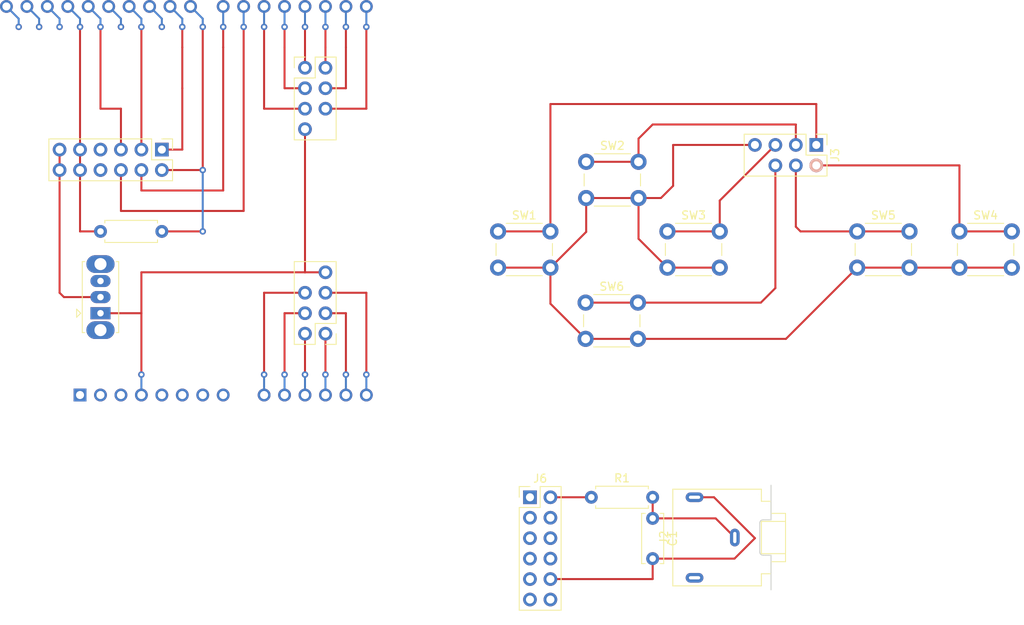
<source format=kicad_pcb>
(kicad_pcb (version 20221018) (generator pcbnew)
  (layers (0 "F.Cu" signal) (31 "B.Cu" signal) (34 "B.Paste" user) (35 "F.Paste" user) (36 "B.SilkS" user "B.Silkscreen") (37 "F.SilkS" user "F.Silkscreen") (38 "B.Mask" user) (39 "F.Mask" user) (44 "Edge.Cuts" user))
  (net 0 "")
  (net 4 "VCC")
  (net 6 "GND")
  (net 8 "unused")
  (net 9 "PPU_HBLANK")
  (net 10 "SPI_SR")
  (net 11 "PPU_VBLANK")
  (net 12 "unconnected-(A1-D10-Pad25)")
  (net 13 "SPI_MOSI")
  (net 14 "unconnected-(A1-D12-Pad27)")
  (net 15 "SPI_CLK")
  (net 16 "unconnected-(A1-AREF-Pad30)")
  (net 17 "unconnected-(A1-SDA{slash}A4-Pad31)")
  (net 18 "unconnected-(A1-SCL{slash}A5-Pad32)")
  (net 19 "Net-(C1-Pad1)")
  (net 21 "Net-(J1-Pin_12)")
  (net 29 "Net-(J6-Pin_7)")
  (net 34 "Net-(J3-UP)")
  (net 35 "Net-(J3-DOWN)")
  (net 36 "Net-(J3-LEFT)")
  (net 37 "Net-(J3-VCC)")
  (net 38 "Net-(J3-RIGHT)")
  (net 39 "Net-(J3-PRIMARY)")
  (net 40 "Net-(J3-SECONDARY)")
  (net 41 "GP_P1_BUT_2")
  (net 42 "GP_P1_BUT_1")
  (net 43 "GP_P1_RIGHT")
  (net 44 "GP_P1_LEFT")
  (net 45 "GP_P1_DOWN")
  (net 46 "GP_P1_UP")
  (net 47 "GP_P2_UP")
  (net 48 "GP_P2_DOWN")
  (net 49 "GP_P2_LEFT")
  (net 50 "GP_P2_RIGHT")
  (net 51 "GP_P2_BUT_1")
  (net 52 "GP_P2_BUT_2")
  (footprint "Connector_PinHeader_2.54mm:PinHeader_2x06_P2.54mm_Vertical" (layer "F.Cu") (at 38.1 35.56 -90)
    (fp_text reference "J1" hide)
    (fp_text value "BASYS_JA" hide)
    (fp_line (start -1.33 -1.33) (end 0 -1.33) (stroke (width 0.12)) (layer "F.SilkS"))
    (fp_line (start -1.33 0) (end -1.33 -1.33) (stroke (width 0.12)) (layer "F.SilkS"))
    (fp_line (start -1.33 1.27) (end -1.33 14.03) (stroke (width 0.12)) (layer "F.SilkS"))
    (fp_line (start -1.33 1.27) (end 1.27 1.27) (stroke (width 0.12)) (layer "F.SilkS"))
    (fp_line (start -1.33 14.03) (end 3.87 14.03) (stroke (width 0.12)) (layer "F.SilkS"))
    (fp_line (start 1.27 -1.33) (end 3.87 -1.33) (stroke (width 0.12)) (layer "F.SilkS"))
    (fp_line (start 1.27 1.27) (end 1.27 -1.33) (stroke (width 0.12)) (layer "F.SilkS"))
    (fp_line (start 3.87 -1.33) (end 3.87 14.03) (stroke (width 0.12)) (layer "F.SilkS"))
    (pad "1" thru_hole rect (at 0 0 270) (size 1.7 1.7) (drill 1) (layers "*.Cu" "*.Mask") (net 11 "PPU_VBLANK"))
    (pad "2" thru_hole oval (at 0 2.54 270) (size 1.7 1.7) (drill 1) (layers "*.Cu" "*.Mask") (net 13 "SPI_MOSI"))
    (pad "3" thru_hole oval (at 0 5.08 270) (size 1.7 1.7) (drill 1) (layers "*.Cu" "*.Mask") (net 15 "SPI_CLK"))
    (pad "4" thru_hole oval (at 0 7.62 270) (size 1.7 1.7) (drill 1) (layers "*.Cu" "*.Mask"))
    (pad "5" thru_hole oval (at 0 10.16 270) (size 1.7 1.7) (drill 1) (layers "*.Cu" "*.Mask") (net 6 "GND"))
    (pad "6" thru_hole oval (at 0 12.7 270) (size 1.7 1.7) (drill 1) (layers "*.Cu" "*.Mask") (net 21 "Net-(J1-Pin_12)"))
    (pad "7" thru_hole oval (at 2.54 0 270) (size 1.7 1.7) (drill 1) (layers "*.Cu" "*.Mask") (net 10 "SPI_SR"))
    (pad "8" thru_hole oval (at 2.54 2.54 270) (size 1.7 1.7) (drill 1) (layers "*.Cu" "*.Mask") (net 9 "PPU_HBLANK"))
    (pad "9" thru_hole oval (at 2.54 5.08 270) (size 1.7 1.7) (drill 1) (layers "*.Cu" "*.Mask") (net 8 "unused"))
    (pad "10" thru_hole oval (at 2.54 7.62 270) (size 1.7 1.7) (drill 1) (layers "*.Cu" "*.Mask"))
    (pad "11" thru_hole oval (at 2.54 10.16 270) (size 1.7 1.7) (drill 1) (layers "*.Cu" "*.Mask") (net 6 "GND"))
    (pad "12" thru_hole oval (at 2.54 12.7 270) (size 1.7 1.7) (drill 1) (layers "*.Cu" "*.Mask") (net 21 "Net-(J1-Pin_12)"))
  )
  (footprint "Button_Switch_THT:SW_PUSH_6mm" (layer "F.Cu") (at 79.86 45.72)
    (fp_text reference "SW1" (at 3.25 -2) (layer "F.SilkS"))
    (fp_text value "LEFT")
    (fp_line (start -0.25 1.5) (end -0.25 3) (stroke (width 0.12)) (layer "F.SilkS"))
    (fp_line (start 1 5.5) (end 5.5 5.5) (stroke (width 0.12)) (layer "F.SilkS"))
    (fp_line (start 5.5 -1) (end 1 -1) (stroke (width 0.12)) (layer "F.SilkS"))
    (fp_line (start 6.75 3) (end 6.75 1.5) (stroke (width 0.12)) (layer "F.SilkS"))
    (pad "1" thru_hole circle (at 0 0 90) (size 2 2) (drill 1.1) (layers "*.Cu" "*.Mask") (net 34 "Net-(J3-UP)"))
    (pad "1" thru_hole circle (at 6.5 0 90) (size 2 2) (drill 1.1) (layers "*.Cu" "*.Mask") (net 34 "Net-(J3-UP)"))
    (pad "2" thru_hole circle (at 0 4.5 90) (size 2 2) (drill 1.1) (layers "*.Cu" "*.Mask") (net 37 "Net-(J3-VCC)"))
    (pad "2" thru_hole circle (at 6.5 4.5 90) (size 2 2) (drill 1.1) (layers "*.Cu" "*.Mask") (net 37 "Net-(J3-VCC)"))
  )
  (footprint "Resistor_THT:R_Axial_DIN0207_L6.3mm_D2.5mm_P7.62mm_Horizontal" (layer "F.Cu") (at 30.48 45.72)
    (fp_text reference "R2" hide)
    (fp_text value "R" hide)
    (fp_line (start 0.54 -1.37) (end 7.08 -1.37) (stroke (width 0.12)) (layer "F.SilkS"))
    (fp_line (start 0.54 -1.04) (end 0.54 -1.37) (stroke (width 0.12)) (layer "F.SilkS"))
    (fp_line (start 0.54 1.04) (end 0.54 1.37) (stroke (width 0.12)) (layer "F.SilkS"))
    (fp_line (start 0.54 1.37) (end 7.08 1.37) (stroke (width 0.12)) (layer "F.SilkS"))
    (fp_line (start 7.08 -1.37) (end 7.08 -1.04) (stroke (width 0.12)) (layer "F.SilkS"))
    (fp_line (start 7.08 1.37) (end 7.08 1.04) (stroke (width 0.12)) (layer "F.SilkS"))
    (pad "1" thru_hole circle (at 0 0) (size 1.6 1.6) (drill 0.8) (layers "*.Cu" "*.Mask") (net 6 "GND"))
    (pad "2" thru_hole oval (at 7.62 0) (size 1.6 1.6) (drill 0.8) (layers "*.Cu" "*.Mask") (net 10 "SPI_SR"))
  )
  (footprint "Connector_PinHeader_2.54mm:PinHeader_2x04_P2.54mm_Vertical" (layer "F.Cu") (at 58.42 58.42 180)
    (fp_text reference "J8" hide)
    (fp_text value "GAMEPAD_2" hide)
    (fp_line (start -1.33 -1.33) (end 0 -1.33) (stroke (width 0.12)) (layer "F.SilkS"))
    (fp_line (start -1.33 0) (end -1.33 -1.33) (stroke (width 0.12)) (layer "F.SilkS"))
    (fp_line (start -1.33 1.27) (end -1.33 8.95) (stroke (width 0.12)) (layer "F.SilkS"))
    (fp_line (start -1.33 1.27) (end 1.27 1.27) (stroke (width 0.12)) (layer "F.SilkS"))
    (fp_line (start -1.33 8.95) (end 3.87 8.95) (stroke (width 0.12)) (layer "F.SilkS"))
    (fp_line (start 1.27 -1.33) (end 3.87 -1.33) (stroke (width 0.12)) (layer "F.SilkS"))
    (fp_line (start 1.27 1.27) (end 1.27 -1.33) (stroke (width 0.12)) (layer "F.SilkS"))
    (fp_line (start 3.87 -1.33) (end 3.87 8.95) (stroke (width 0.12)) (layer "F.SilkS"))
    (pad "1" thru_hole circle (at 0 0 180) (size 1.7 1.7) (drill 1) (layers "*.Cu" "*.Mask") (net 49 "GP_P2_LEFT"))
    (pad "2" thru_hole oval (at 0 2.54 180) (size 1.7 1.7) (drill 1) (layers "*.Cu" "*.Mask") (net 47 "GP_P2_UP"))
    (pad "3" thru_hole oval (at 0 5.08 180) (size 1.7 1.7) (drill 1) (layers "*.Cu" "*.Mask") (net 50 "GP_P2_RIGHT"))
    (pad "4" thru_hole oval (at 0 7.62 180) (size 1.7 1.7) (drill 1) (layers "*.Cu" "*.Mask") (net 4 "VCC"))
    (pad "5" thru_hole oval (at 2.54 0 180) (size 1.7 1.7) (drill 1) (layers "*.Cu" "*.Mask") (net 51 "GP_P2_BUT_1"))
    (pad "6" thru_hole oval (at 2.54 2.54 180) (size 1.7 1.7) (drill 1) (layers "*.Cu" "*.Mask") (net 52 "GP_P2_BUT_2"))
    (pad "7" thru_hole oval (at 2.54 5.08 180) (size 1.7 1.7) (drill 1) (layers "*.Cu" "*.Mask") (net 48 "GP_P2_DOWN"))
  )
  (footprint "Button_Switch_THT:SW_PUSH_6mm" (layer "F.Cu") (at 137.16 45.72)
    (fp_text reference "SW4" (at 3.25 -2) (layer "F.SilkS"))
    (fp_text value "PRIMARY")
    (fp_line (start -0.25 1.5) (end -0.25 3) (stroke (width 0.12)) (layer "F.SilkS"))
    (fp_line (start 1 5.5) (end 5.5 5.5) (stroke (width 0.12)) (layer "F.SilkS"))
    (fp_line (start 5.5 -1) (end 1 -1) (stroke (width 0.12)) (layer "F.SilkS"))
    (fp_line (start 6.75 3) (end 6.75 1.5) (stroke (width 0.12)) (layer "F.SilkS"))
    (pad "1" thru_hole circle (at 0 0 90) (size 2 2) (drill 1.1) (layers "*.Cu" "*.Mask") (net 38 "Net-(J3-RIGHT)"))
    (pad "1" thru_hole circle (at 6.5 0 90) (size 2 2) (drill 1.1) (layers "*.Cu" "*.Mask") (net 38 "Net-(J3-RIGHT)"))
    (pad "2" thru_hole circle (at 0 4.5 90) (size 2 2) (drill 1.1) (layers "*.Cu" "*.Mask") (net 37 "Net-(J3-VCC)"))
    (pad "2" thru_hole circle (at 6.5 4.5 90) (size 2 2) (drill 1.1) (layers "*.Cu" "*.Mask") (net 37 "Net-(J3-VCC)"))
  )
  (footprint "Connector_Audio:Jack_3.5mm_CUI_SJ1-3523N_Horizontal" (layer "F.Cu") (at 109.26 83.74 90)
    (fp_text reference "J2" (at 0 -8.8 90) (layer "F.SilkS"))
    (fp_text value "AudioJack2")
    (fp_line (start -6 -7.7) (end 6 -7.7) (stroke (width 0.12)) (layer "F.SilkS"))
    (fp_line (start -6 3.3) (end -6 -7.7) (stroke (width 0.12)) (layer "F.SilkS"))
    (fp_line (start -4.5 3.3) (end -6 3.3) (stroke (width 0.12)) (layer "F.SilkS"))
    (fp_line (start -4.5 4.5) (end -4.5 3.3) (stroke (width 0.12)) (layer "F.SilkS"))
    (fp_line (start -3 4.5) (end -4.5 4.5) (stroke (width 0.12)) (layer "F.SilkS"))
    (fp_line (start -3 6.3) (end -3 4.5) (stroke (width 0.12)) (layer "F.SilkS"))
    (fp_line (start -2 3.3) (end -2 6.3) (stroke (width 0.12)) (layer "F.SilkS"))
    (fp_line (start 2 3.3) (end -2 3.3) (stroke (width 0.12)) (layer "F.SilkS"))
    (fp_line (start 2 6.3) (end 2 3.3) (stroke (width 0.12)) (layer "F.SilkS"))
    (fp_line (start 3 4.5) (end 3 6.3) (stroke (width 0.12)) (layer "F.SilkS"))
    (fp_line (start 3 6.3) (end -3 6.3) (stroke (width 0.12)) (layer "F.SilkS"))
    (fp_line (start 4.5 3.3) (end 4.5 4.5) (stroke (width 0.12)) (layer "F.SilkS"))
    (fp_line (start 4.5 4.5) (end 3 4.5) (stroke (width 0.12)) (layer "F.SilkS"))
    (fp_line (start 6 -7.7) (end 6 3.3) (stroke (width 0.12)) (layer "F.SilkS"))
    (fp_line (start 6 3.3) (end 4.5 3.3) (stroke (width 0.12)) (layer "F.SilkS"))
    (fp_line (start -2.2 3.5) (end -2.2 4.5) (stroke (width 0.12)) (layer "Edge.Cuts"))
    (fp_line (start -2.2 4.5) (end -6.5 4.5) (stroke (width 0.12)) (layer "Edge.Cuts"))
    (fp_line (start 1.8 3.1) (end -1.8 3.1) (stroke (width 0.12)) (layer "Edge.Cuts"))
    (fp_line (start 2.2 3.5) (end 2.2 4.5) (stroke (width 0.12)) (layer "Edge.Cuts"))
    (fp_line (start 2.2 4.5) (end 6.5 4.5) (stroke (width 0.12)) (layer "Edge.Cuts"))
    (fp_arc (start -2.2 3.5) (mid -2.082842 3.217158) (end -1.8 3.1) (stroke (width 0.12)) (layer "Edge.Cuts"))
    (fp_arc (start 1.8 3.1) (mid 2.082843 3.217157) (end 2.2 3.5) (stroke (width 0.12)) (layer "Edge.Cuts"))
    (pad "" np_thru_hole circle (at -5 0 90) (size 1.2 1.2) (drill 1.2) (layers "*.Cu"))
    (pad "" np_thru_hole circle (at -5 2.5 90) (size 1.2 1.2) (drill 1.2) (layers "*.Cu"))
    (pad "" np_thru_hole circle (at 0 -5 90) (size 1.2 1.2) (drill 1.2) (layers "*.Cu"))
    (pad "" np_thru_hole circle (at 5 0 90) (size 1.2 1.2) (drill 1.2) (layers "*.Cu"))
    (pad "" np_thru_hole circle (at 5 2.5 90) (size 1.2 1.2) (drill 1.2) (layers "*.Cu"))
    (pad "R" thru_hole oval (at -5 -5 90) (size 1.2 2.2) (drill oval 0.4 1.4) (layers "*.Cu" "*.Mask"))
    (pad "S" thru_hole oval (at 0 0 90) (size 2.2 1.2) (drill oval 1.4 0.4) (layers "*.Cu" "*.Mask") (net 19 "Net-(C1-Pad1)"))
    (pad "T" thru_hole oval (at 5 -5 270) (size 1.2 2.2) (drill oval 0.4 1.4) (layers "*.Cu" "*.Mask") (net 6 "GND"))
  )
  (footprint "Resistor_THT:R_Axial_DIN0207_L6.3mm_D2.5mm_P7.62mm_Horizontal" (layer "F.Cu") (at 91.44 78.74)
    (fp_text reference "R1" (at 3.81 -2.37) (layer "F.SilkS"))
    (fp_text value "R")
    (fp_line (start 0.54 -1.37) (end 7.08 -1.37) (stroke (width 0.12)) (layer "F.SilkS"))
    (fp_line (start 0.54 -1.04) (end 0.54 -1.37) (stroke (width 0.12)) (layer "F.SilkS"))
    (fp_line (start 0.54 1.04) (end 0.54 1.37) (stroke (width 0.12)) (layer "F.SilkS"))
    (fp_line (start 0.54 1.37) (end 7.08 1.37) (stroke (width 0.12)) (layer "F.SilkS"))
    (fp_line (start 7.08 -1.37) (end 7.08 -1.04) (stroke (width 0.12)) (layer "F.SilkS"))
    (fp_line (start 7.08 1.37) (end 7.08 1.04) (stroke (width 0.12)) (layer "F.SilkS"))
    (pad "1" thru_hole circle (at 0 0) (size 1.6 1.6) (drill 0.8) (layers "*.Cu" "*.Mask") (net 29 "Net-(J6-Pin_7)"))
    (pad "2" thru_hole oval (at 7.62 0) (size 1.6 1.6) (drill 0.8) (layers "*.Cu" "*.Mask") (net 19 "Net-(C1-Pad1)"))
  )
  (footprint "Capacitor_THT:C_Disc_D6.0mm_W2.5mm_P5.00mm" (layer "F.Cu") (at 99.06 81.36 -90)
    (fp_text reference "C1" (at 2.5 -2.5 90) (layer "F.SilkS"))
    (fp_text value "C")
    (fp_line (start -0.62 -1.37) (end -0.62 -0.925) (stroke (width 0.12)) (layer "F.SilkS"))
    (fp_line (start -0.62 -1.37) (end 5.62 -1.37) (stroke (width 0.12)) (layer "F.SilkS"))
    (fp_line (start -0.62 0.925) (end -0.62 1.37) (stroke (width 0.12)) (layer "F.SilkS"))
    (fp_line (start -0.62 1.37) (end 5.62 1.37) (stroke (width 0.12)) (layer "F.SilkS"))
    (fp_line (start 5.62 -1.37) (end 5.62 -0.925) (stroke (width 0.12)) (layer "F.SilkS"))
    (fp_line (start 5.62 0.925) (end 5.62 1.37) (stroke (width 0.12)) (layer "F.SilkS"))
    (pad "1" thru_hole circle (at 0 0 270) (size 1.6 1.6) (drill 0.8) (layers "*.Cu" "*.Mask") (net 19 "Net-(C1-Pad1)"))
    (pad "2" thru_hole circle (at 5 0 270) (size 1.6 1.6) (drill 0.8) (layers "*.Cu" "*.Mask") (net 6 "GND"))
  )
  (footprint "Connector_PinHeader_2.54mm:PinHeader_2x06_P2.54mm_Vertical" (layer "F.Cu") (at 83.82 78.74)
    (fp_text reference "J6" (at 1.27 -2.33) (layer "F.SilkS"))
    (fp_text value "BASYS_JB")
    (fp_line (start -1.33 -1.33) (end 0 -1.33) (stroke (width 0.12)) (layer "F.SilkS"))
    (fp_line (start -1.33 0) (end -1.33 -1.33) (stroke (width 0.12)) (layer "F.SilkS"))
    (fp_line (start -1.33 1.27) (end -1.33 14.03) (stroke (width 0.12)) (layer "F.SilkS"))
    (fp_line (start -1.33 1.27) (end 1.27 1.27) (stroke (width 0.12)) (layer "F.SilkS"))
    (fp_line (start -1.33 14.03) (end 3.87 14.03) (stroke (width 0.12)) (layer "F.SilkS"))
    (fp_line (start 1.27 -1.33) (end 3.87 -1.33) (stroke (width 0.12)) (layer "F.SilkS"))
    (fp_line (start 1.27 1.27) (end 1.27 -1.33) (stroke (width 0.12)) (layer "F.SilkS"))
    (fp_line (start 3.87 -1.33) (end 3.87 14.03) (stroke (width 0.12)) (layer "F.SilkS"))
    (pad "1" thru_hole rect (at 0 0) (size 1.7 1.7) (drill 1) (layers "*.Cu" "*.Mask"))
    (pad "2" thru_hole oval (at 0 2.54) (size 1.7 1.7) (drill 1) (layers "*.Cu" "*.Mask"))
    (pad "3" thru_hole oval (at 0 5.08) (size 1.7 1.7) (drill 1) (layers "*.Cu" "*.Mask"))
    (pad "4" thru_hole oval (at 0 7.62) (size 1.7 1.7) (drill 1) (layers "*.Cu" "*.Mask"))
    (pad "5" thru_hole oval (at 0 10.16) (size 1.7 1.7) (drill 1) (layers "*.Cu" "*.Mask") (net 6 "GND"))
    (pad "6" thru_hole oval (at 0 12.7) (size 1.7 1.7) (drill 1) (layers "*.Cu" "*.Mask"))
    (pad "7" thru_hole oval (at 2.54 0) (size 1.7 1.7) (drill 1) (layers "*.Cu" "*.Mask") (net 29 "Net-(J6-Pin_7)"))
    (pad "8" thru_hole oval (at 2.54 2.54) (size 1.7 1.7) (drill 1) (layers "*.Cu" "*.Mask"))
    (pad "9" thru_hole oval (at 2.54 5.08) (size 1.7 1.7) (drill 1) (layers "*.Cu" "*.Mask"))
    (pad "10" thru_hole oval (at 2.54 7.62) (size 1.7 1.7) (drill 1) (layers "*.Cu" "*.Mask"))
    (pad "11" thru_hole oval (at 2.54 10.16) (size 1.7 1.7) (drill 1) (layers "*.Cu" "*.Mask") (net 6 "GND"))
    (pad "12" thru_hole oval (at 2.54 12.7) (size 1.7 1.7) (drill 1) (layers "*.Cu" "*.Mask"))
  )
  (footprint "Button_Switch_THT:SW_PUSH_6mm" (layer "F.Cu") (at 90.73 54.565)
    (fp_text reference "SW6" (at 3.25 -2) (layer "F.SilkS"))
    (fp_text value "DOWN")
    (fp_line (start -0.25 1.5) (end -0.25 3) (stroke (width 0.12)) (layer "F.SilkS"))
    (fp_line (start 1 5.5) (end 5.5 5.5) (stroke (width 0.12)) (layer "F.SilkS"))
    (fp_line (start 5.5 -1) (end 1 -1) (stroke (width 0.12)) (layer "F.SilkS"))
    (fp_line (start 6.75 3) (end 6.75 1.5) (stroke (width 0.12)) (layer "F.SilkS"))
    (pad "1" thru_hole circle (at 0 0 90) (size 2 2) (drill 1.1) (layers "*.Cu" "*.Mask") (net 40 "Net-(J3-SECONDARY)"))
    (pad "1" thru_hole circle (at 6.5 0 90) (size 2 2) (drill 1.1) (layers "*.Cu" "*.Mask") (net 40 "Net-(J3-SECONDARY)"))
    (pad "2" thru_hole circle (at 0 4.5 90) (size 2 2) (drill 1.1) (layers "*.Cu" "*.Mask") (net 37 "Net-(J3-VCC)"))
    (pad "2" thru_hole circle (at 6.5 4.5 90) (size 2 2) (drill 1.1) (layers "*.Cu" "*.Mask") (net 37 "Net-(J3-VCC)"))
  )
  (footprint "Button_Switch_THT:SW_PUSH_6mm" (layer "F.Cu") (at 90.8025 37.075)
    (fp_text reference "SW2" (at 3.25 -2) (layer "F.SilkS"))
    (fp_text value "UP")
    (fp_line (start -0.25 1.5) (end -0.25 3) (stroke (width 0.12)) (layer "F.SilkS"))
    (fp_line (start 1 5.5) (end 5.5 5.5) (stroke (width 0.12)) (layer "F.SilkS"))
    (fp_line (start 5.5 -1) (end 1 -1) (stroke (width 0.12)) (layer "F.SilkS"))
    (fp_line (start 6.75 3) (end 6.75 1.5) (stroke (width 0.12)) (layer "F.SilkS"))
    (pad "1" thru_hole circle (at 0 0 90) (size 2 2) (drill 1.1) (layers "*.Cu" "*.Mask") (net 35 "Net-(J3-DOWN)"))
    (pad "1" thru_hole circle (at 6.5 0 90) (size 2 2) (drill 1.1) (layers "*.Cu" "*.Mask") (net 35 "Net-(J3-DOWN)"))
    (pad "2" thru_hole circle (at 0 4.5 90) (size 2 2) (drill 1.1) (layers "*.Cu" "*.Mask") (net 37 "Net-(J3-VCC)"))
    (pad "2" thru_hole circle (at 6.5 4.5 90) (size 2 2) (drill 1.1) (layers "*.Cu" "*.Mask") (net 37 "Net-(J3-VCC)"))
  )
  (footprint "Button_Switch_THT:SW_PUSH_6mm" (layer "F.Cu") (at 124.46 45.72)
    (fp_text reference "SW5" (at 3.25 -2) (layer "F.SilkS"))
    (fp_text value "SECONDARY")
    (fp_line (start -0.25 1.5) (end -0.25 3) (stroke (width 0.12)) (layer "F.SilkS"))
    (fp_line (start 1 5.5) (end 5.5 5.5) (stroke (width 0.12)) (layer "F.SilkS"))
    (fp_line (start 5.5 -1) (end 1 -1) (stroke (width 0.12)) (layer "F.SilkS"))
    (fp_line (start 6.75 3) (end 6.75 1.5) (stroke (width 0.12)) (layer "F.SilkS"))
    (pad "1" thru_hole circle (at 0 0 90) (size 2 2) (drill 1.1) (layers "*.Cu" "*.Mask") (net 39 "Net-(J3-PRIMARY)"))
    (pad "1" thru_hole circle (at 6.5 0 90) (size 2 2) (drill 1.1) (layers "*.Cu" "*.Mask") (net 39 "Net-(J3-PRIMARY)"))
    (pad "2" thru_hole circle (at 0 4.5 90) (size 2 2) (drill 1.1) (layers "*.Cu" "*.Mask") (net 37 "Net-(J3-VCC)"))
    (pad "2" thru_hole circle (at 6.5 4.5 90) (size 2 2) (drill 1.1) (layers "*.Cu" "*.Mask") (net 37 "Net-(J3-VCC)"))
  )
  (footprint "Button_Switch_THT:SW_Slide_1P2T_CK_OS102011MS2Q" (layer "F.Cu") (at 30.48 55.88 90)
    (fp_text reference "SW7" hide)
    (fp_text value "STM_PWR_SOURCE" hide)
    (fp_line (start -2.41 -2.26) (end 6.41 -2.26) (stroke (width 0.12)) (layer "F.SilkS"))
    (fp_line (start -2.41 -1.95) (end -2.41 -2.26) (stroke (width 0.12)) (layer "F.SilkS"))
    (fp_line (start -2.41 2.26) (end -2.41 1.95) (stroke (width 0.12)) (layer "F.SilkS"))
    (fp_line (start -0.5 -2.96) (end 0 -2.46) (stroke (width 0.12)) (layer "F.SilkS"))
    (fp_line (start 0 -2.46) (end 0.5 -2.96) (stroke (width 0.12)) (layer "F.SilkS"))
    (fp_line (start 0.5 -2.96) (end -0.5 -2.96) (stroke (width 0.12)) (layer "F.SilkS"))
    (fp_line (start 6.41 -2.26) (end 6.41 -1.95) (stroke (width 0.12)) (layer "F.SilkS"))
    (fp_line (start 6.41 2.26) (end -2.41 2.26) (stroke (width 0.12)) (layer "F.SilkS"))
    (fp_line (start 6.41 2.26) (end 6.41 1.95) (stroke (width 0.12)) (layer "F.SilkS"))
    (pad "" thru_hole oval (at -2.1 0 90) (size 2.2 3.5) (drill 1.5) (layers "*.Cu" "*.Mask"))
    (pad "" thru_hole oval (at 6.1 0 90) (size 2.2 3.5) (drill 1.5) (layers "*.Cu" "*.Mask"))
    (pad "1" thru_hole rect (at 0 0 90) (size 1.5 2.5) (drill 0.8) (layers "*.Cu" "*.Mask") (net 4 "VCC"))
    (pad "2" thru_hole oval (at 2 0 90) (size 1.5 2.5) (drill 0.8) (layers "*.Cu" "*.Mask") (net 21 "Net-(J1-Pin_12)"))
    (pad "3" thru_hole oval (at 4 0 90) (size 1.5 2.5) (drill 0.8) (layers "*.Cu" "*.Mask"))
  )
  (footprint "Connector_PinHeader_2.54mm:PinHeader_2x04_P2.54mm_Vertical" (layer "F.Cu") (at 119.38 34.98 -90)
    (fp_text reference "J3" (at 1.27 -2.33 90) (layer "F.SilkS"))
    (fp_text value "GAMEPAD")
    (fp_line (start -1.33 -1.33) (end 0 -1.33) (stroke (width 0.12)) (layer "F.SilkS"))
    (fp_line (start -1.33 0) (end -1.33 -1.33) (stroke (width 0.12)) (layer "F.SilkS"))
    (fp_line (start -1.33 1.27) (end -1.33 8.95) (stroke (width 0.12)) (layer "F.SilkS"))
    (fp_line (start -1.33 1.27) (end 1.27 1.27) (stroke (width 0.12)) (layer "F.SilkS"))
    (fp_line (start -1.33 8.95) (end 3.87 8.95) (stroke (width 0.12)) (layer "F.SilkS"))
    (fp_line (start 1.27 -1.33) (end 3.87 -1.33) (stroke (width 0.12)) (layer "F.SilkS"))
    (fp_line (start 1.27 1.27) (end 1.27 -1.33) (stroke (width 0.12)) (layer "F.SilkS"))
    (fp_line (start 3.87 -1.33) (end 3.87 8.95) (stroke (width 0.12)) (layer "F.SilkS"))
    (pad "1" thru_hole rect (at 0 0 270) (size 1.7 1.7) (drill 1) (layers "*.Cu" "*.Mask") (net 34 "Net-(J3-UP)"))
    (pad "2" thru_hole oval (at 0 2.54 270) (size 1.7 1.7) (drill 1) (layers "*.Cu" "*.Mask") (net 35 "Net-(J3-DOWN)"))
    (pad "3" thru_hole oval (at 0 5.08 270) (size 1.7 1.7) (drill 1) (layers "*.Cu" "*.Mask") (net 36 "Net-(J3-LEFT)"))
    (pad "4" thru_hole oval (at 0 7.62 270) (size 1.7 1.7) (drill 1) (layers "*.Cu" "*.Mask") (net 37 "Net-(J3-VCC)"))
    (pad "5" thru_hole oval (at 2.54 0 270) (size 1.7 1.7) (drill 1) (layers "*.Cu" "*.Mask" "B.SilkS") (net 38 "Net-(J3-RIGHT)"))
    (pad "6" thru_hole oval (at 2.54 2.54 270) (size 1.7 1.7) (drill 1) (layers "*.Cu" "*.Mask") (net 39 "Net-(J3-PRIMARY)"))
    (pad "7" thru_hole oval (at 2.54 5.08 270) (size 1.7 1.7) (drill 1) (layers "*.Cu" "*.Mask") (net 40 "Net-(J3-SECONDARY)"))
  )
  (footprint "Button_Switch_THT:SW_PUSH_6mm" (layer "F.Cu") (at 100.89 45.72)
    (fp_text reference "SW3" (at 3.25 -2) (layer "F.SilkS"))
    (fp_text value "RIGHT")
    (fp_line (start -0.25 1.5) (end -0.25 3) (stroke (width 0.12)) (layer "F.SilkS"))
    (fp_line (start 1 5.5) (end 5.5 5.5) (stroke (width 0.12)) (layer "F.SilkS"))
    (fp_line (start 5.5 -1) (end 1 -1) (stroke (width 0.12)) (layer "F.SilkS"))
    (fp_line (start 6.75 3) (end 6.75 1.5) (stroke (width 0.12)) (layer "F.SilkS"))
    (pad "1" thru_hole circle (at 0 0 90) (size 2 2) (drill 1.1) (layers "*.Cu" "*.Mask") (net 36 "Net-(J3-LEFT)"))
    (pad "1" thru_hole circle (at 6.5 0 90) (size 2 2) (drill 1.1) (layers "*.Cu" "*.Mask") (net 36 "Net-(J3-LEFT)"))
    (pad "2" thru_hole circle (at 0 4.5 90) (size 2 2) (drill 1.1) (layers "*.Cu" "*.Mask") (net 37 "Net-(J3-VCC)"))
    (pad "2" thru_hole circle (at 6.5 4.5 90) (size 2 2) (drill 1.1) (layers "*.Cu" "*.Mask") (net 37 "Net-(J3-VCC)"))
  )
  (footprint "Connector_PinHeader_2.54mm:PinHeader_2x04_P2.54mm_Vertical" (layer "F.Cu") (at 55.88 25.4)
    (fp_text reference "J7" hide)
    (fp_text value "GAMEPAD_1" hide)
    (fp_line (start -1.33 -1.33) (end 0 -1.33) (stroke (width 0.12)) (layer "F.SilkS"))
    (fp_line (start -1.33 0) (end -1.33 -1.33) (stroke (width 0.12)) (layer "F.SilkS"))
    (fp_line (start -1.33 1.27) (end -1.33 8.95) (stroke (width 0.12)) (layer "F.SilkS"))
    (fp_line (start -1.33 1.27) (end 1.27 1.27) (stroke (width 0.12)) (layer "F.SilkS"))
    (fp_line (start -1.33 8.95) (end 3.87 8.95) (stroke (width 0.12)) (layer "F.SilkS"))
    (fp_line (start 1.27 -1.33) (end 3.87 -1.33) (stroke (width 0.12)) (layer "F.SilkS"))
    (fp_line (start 1.27 1.27) (end 1.27 -1.33) (stroke (width 0.12)) (layer "F.SilkS"))
    (fp_line (start 3.87 -1.33) (end 3.87 8.95) (stroke (width 0.12)) (layer "F.SilkS"))
    (pad "1" thru_hole circle (at 0 0) (size 1.7 1.7) (drill 1) (layers "*.Cu" "*.Mask") (net 44 "GP_P1_LEFT"))
    (pad "2" thru_hole oval (at 0 2.54) (size 1.7 1.7) (drill 1) (layers "*.Cu" "*.Mask") (net 46 "GP_P1_UP"))
    (pad "3" thru_hole oval (at 0 5.08) (size 1.7 1.7) (drill 1) (layers "*.Cu" "*.Mask") (net 43 "GP_P1_RIGHT"))
    (pad "4" thru_hole oval (at 0 7.62) (size 1.7 1.7) (drill 1) (layers "*.Cu" "*.Mask") (net 4 "VCC"))
    (pad "5" thru_hole oval (at 2.54 0) (size 1.7 1.7) (drill 1) (layers "*.Cu" "*.Mask") (net 42 "GP_P1_BUT_1"))
    (pad "6" thru_hole oval (at 2.54 2.54) (size 1.7 1.7) (drill 1) (layers "*.Cu" "*.Mask") (net 41 "GP_P1_BUT_2"))
    (pad "7" thru_hole oval (at 2.54 5.08) (size 1.7 1.7) (drill 1) (layers "*.Cu" "*.Mask") (net 45 "GP_P1_DOWN"))
  )
  (footprint "Module:Arduino_UNO_R3" (layer "B.Cu") (at 27.94 66.04)
    (fp_text reference "A1" hide)
    (fp_text value "STM32F091RC" hide)
    (pad "1" thru_hole rect (at 0 0 270) (size 1.6 1.6) (drill 1) (layers "*.Cu" "*.Mask"))
    (pad "2" thru_hole oval (at 2.54 0 270) (size 1.6 1.6) (drill 1) (layers "*.Cu" "*.Mask"))
    (pad "3" thru_hole oval (at 5.08 0 270) (size 1.6 1.6) (drill 1) (layers "*.Cu" "*.Mask"))
    (pad "4" thru_hole oval (at 7.62 0 270) (size 1.6 1.6) (drill 1) (layers "*.Cu" "*.Mask") (net 4 "VCC"))
    (pad "5" thru_hole oval (at 10.16 0 270) (size 1.6 1.6) (drill 1) (layers "*.Cu" "*.Mask"))
    (pad "6" thru_hole oval (at 12.7 0 270) (size 1.6 1.6) (drill 1) (layers "*.Cu" "*.Mask") (net 6 "GND"))
    (pad "7" thru_hole oval (at 15.24 0 270) (size 1.6 1.6) (drill 1) (layers "*.Cu" "*.Mask") (net 6 "GND"))
    (pad "8" thru_hole oval (at 17.78 0 270) (size 1.6 1.6) (drill 1) (layers "*.Cu" "*.Mask"))
    (pad "9" thru_hole oval (at 22.86 0 270) (size 1.6 1.6) (drill 1) (layers "*.Cu" "*.Mask") (net 48 "GP_P2_DOWN"))
    (pad "10" thru_hole oval (at 25.4 0 270) (size 1.6 1.6) (drill 1) (layers "*.Cu" "*.Mask") (net 52 "GP_P2_BUT_2"))
    (pad "11" thru_hole oval (at 27.94 0 270) (size 1.6 1.6) (drill 1) (layers "*.Cu" "*.Mask") (net 51 "GP_P2_BUT_1"))
    (pad "12" thru_hole oval (at 30.48 0 270) (size 1.6 1.6) (drill 1) (layers "*.Cu" "*.Mask") (net 49 "GP_P2_LEFT"))
    (pad "13" thru_hole oval (at 33.02 0 270) (size 1.6 1.6) (drill 1) (layers "*.Cu" "*.Mask") (net 47 "GP_P2_UP"))
    (pad "14" thru_hole oval (at 35.56 0 270) (size 1.6 1.6) (drill 1) (layers "*.Cu" "*.Mask") (net 50 "GP_P2_RIGHT"))
    (pad "15" thru_hole oval (at 35.56 -48.26 270) (size 1.6 1.6) (drill 1) (layers "*.Cu" "*.Mask") (net 45 "GP_P1_DOWN"))
    (pad "16" thru_hole oval (at 33.02 -48.26 270) (size 1.6 1.6) (drill 1) (layers "*.Cu" "*.Mask") (net 41 "GP_P1_BUT_2"))
    (pad "17" thru_hole oval (at 30.48 -48.26 270) (size 1.6 1.6) (drill 1) (layers "*.Cu" "*.Mask") (net 42 "GP_P1_BUT_1"))
    (pad "18" thru_hole oval (at 27.94 -48.26 270) (size 1.6 1.6) (drill 1) (layers "*.Cu" "*.Mask") (net 44 "GP_P1_LEFT"))
    (pad "19" thru_hole oval (at 25.4 -48.26 270) (size 1.6 1.6) (drill 1) (layers "*.Cu" "*.Mask") (net 46 "GP_P1_UP"))
    (pad "20" thru_hole oval (at 22.86 -48.26 270) (size 1.6 1.6) (drill 1) (layers "*.Cu" "*.Mask") (net 43 "GP_P1_RIGHT"))
    (pad "21" thru_hole oval (at 20.32 -48.26 270) (size 1.6 1.6) (drill 1) (layers "*.Cu" "*.Mask") (net 8 "unused"))
    (pad "22" thru_hole oval (at 17.78 -48.26 270) (size 1.6 1.6) (drill 1) (layers "*.Cu" "*.Mask") (net 9 "PPU_HBLANK"))
    (pad "23" thru_hole oval (at 13.72 -48.26 270) (size 1.6 1.6) (drill 1) (layers "*.Cu" "*.Mask") (net 10 "SPI_SR"))
    (pad "24" thru_hole oval (at 11.18 -48.26 270) (size 1.6 1.6) (drill 1) (layers "*.Cu" "*.Mask") (net 11 "PPU_VBLANK"))
    (pad "25" thru_hole oval (at 8.64 -48.26 270) (size 1.6 1.6) (drill 1) (layers "*.Cu" "*.Mask") (net 12 "unconnected-(A1-D10-Pad25)"))
    (pad "26" thru_hole oval (at 6.1 -48.26 270) (size 1.6 1.6) (drill 1) (layers "*.Cu" "*.Mask") (net 13 "SPI_MOSI"))
    (pad "27" thru_hole oval (at 3.56 -48.26 270) (size 1.6 1.6) (drill 1) (layers "*.Cu" "*.Mask") (net 14 "unconnected-(A1-D12-Pad27)"))
    (pad "28" thru_hole oval (at 1.02 -48.26 270) (size 1.6 1.6) (drill 1) (layers "*.Cu" "*.Mask") (net 15 "SPI_CLK"))
    (pad "29" thru_hole oval (at -1.52 -48.26 270) (size 1.6 1.6) (drill 1) (layers "*.Cu" "*.Mask") (net 6 "GND"))
    (pad "30" thru_hole oval (at -4.06 -48.26 270) (size 1.6 1.6) (drill 1) (layers "*.Cu" "*.Mask") (net 16 "unconnected-(A1-AREF-Pad30)"))
    (pad "31" thru_hole oval (at -6.6 -48.26 270) (size 1.6 1.6) (drill 1) (layers "*.Cu" "*.Mask") (net 17 "unconnected-(A1-SDA{slash}A4-Pad31)"))
    (pad "32" thru_hole oval (at -9.14 -48.26 270) (size 1.6 1.6) (drill 1) (layers "*.Cu" "*.Mask") (net 18 "unconnected-(A1-SCL{slash}A5-Pad32)"))
  )
  (segment (start 30.48 55.88) (end 35.56 55.88) (width 0.25) (layer "F.Cu") (net 4))
  (segment (start 55.88 50.8) (end 58.42 50.8) (width 0.25) (layer "F.Cu") (net 4))
  (segment (start 35.56 50.8) (end 55.88 50.8) (width 0.25) (layer "F.Cu") (net 4))
  (segment (start 55.88 50.8) (end 55.88 33.02) (width 0.25) (layer "F.Cu") (net 4))
  (segment (start 35.56 63.5) (end 35.56 50.8) (width 0.25) (layer "F.Cu") (net 4))
  (via (at 35.56 63.5) (size 0.8) (drill 0.4) (layers "F.Cu" "B.Cu") (net 4))
  (segment (start 35.56 66.04) (end 35.56 63.5) (width 0.25) (layer "B.Cu") (net 4))
  (segment (start 27.94 45.72) (end 27.94 38.1) (width 0.25) (layer "F.Cu") (net 6))
  (segment (start 111.76 83.82) (end 109.22 86.36) (width 0.25) (layer "F.Cu") (net 6))
  (segment (start 27.94 20.32) (end 27.94 35.56) (width 0.25) (layer "F.Cu") (net 6))
  (segment (start 106.68 78.74) (end 111.76 83.82) (width 0.25) (layer "F.Cu") (net 6))
  (segment (start 109.22 86.36) (end 99.06 86.36) (width 0.25) (layer "F.Cu") (net 6))
  (segment (start 27.94 35.56) (end 27.94 38.1) (width 0.25) (layer "F.Cu") (net 6))
  (segment (start 104.26 78.74) (end 106.68 78.74) (width 0.25) (layer "F.Cu") (net 6))
  (segment (start 30.48 45.72) (end 27.94 45.72) (width 0.25) (layer "F.Cu") (net 6))
  (segment (start 99.06 86.36) (end 99.06 88.9) (width 0.25) (layer "F.Cu") (net 6))
  (segment (start 99.06 88.9) (end 86.36 88.9) (width 0.25) (layer "F.Cu") (net 6))
  (via (at 27.94 20.32) (size 0.8) (drill 0.4) (layers "F.Cu" "B.Cu") (net 6))
  (segment (start 27.94 19.3) (end 27.94 20.32) (width 0.25) (layer "B.Cu") (net 6))
  (segment (start 26.42 17.78) (end 27.94 19.3) (width 0.25) (layer "B.Cu") (net 6))
  (segment (start 48.26 43.18) (end 33.02 43.18) (width 0.25) (layer "F.Cu") (net 8))
  (segment (start 33.02 43.18) (end 33.02 38.1) (width 0.25) (layer "F.Cu") (net 8))
  (segment (start 48.26 20.32) (end 48.26 43.18) (width 0.25) (layer "F.Cu") (net 8))
  (via (at 48.26 20.32) (size 0.8) (drill 0.4) (layers "F.Cu" "B.Cu") (net 8))
  (segment (start 48.26 17.78) (end 48.26 20.32) (width 0.25) (layer "B.Cu") (net 8))
  (segment (start 45.72 20.32) (end 45.72 22.86) (width 0.25) (layer "F.Cu") (net 9))
  (segment (start 45.72 40.64) (end 45.72 22.86) (width 0.25) (layer "F.Cu") (net 9))
  (segment (start 35.56 40.64) (end 35.56 38.1) (width 0.25) (layer "F.Cu") (net 9))
  (segment (start 35.56 40.64) (end 45.72 40.64) (width 0.25) (layer "F.Cu") (net 9))
  (via (at 45.72 20.32) (size 0.8) (drill 0.4) (layers "F.Cu" "B.Cu") (net 9))
  (segment (start 45.72 17.78) (end 45.72 20.32) (width 0.25) (layer "B.Cu") (net 9))
  (segment (start 43.18 38.1) (end 38.1 38.1) (width 0.25) (layer "F.Cu") (net 10))
  (segment (start 38.1 45.72) (end 43.18 45.72) (width 0.25) (layer "F.Cu") (net 10))
  (segment (start 43.18 20.32) (end 43.18 38.1) (width 0.25) (layer "F.Cu") (net 10))
  (via (at 43.18 38.1) (size 0.8) (drill 0.4) (layers "F.Cu" "B.Cu") (net 10))
  (via (at 43.18 20.32) (size 0.8) (drill 0.4) (layers "F.Cu" "B.Cu") (net 10))
  (via (at 43.18 45.72) (size 0.8) (drill 0.4) (layers "F.Cu" "B.Cu") (net 10))
  (segment (start 43.18 45.72) (end 43.18 38.1) (width 0.25) (layer "B.Cu") (net 10))
  (segment (start 43.18 19.3) (end 43.18 20.32) (width 0.25) (layer "B.Cu") (net 10))
  (segment (start 41.66 17.78) (end 43.18 19.3) (width 0.25) (layer "B.Cu") (net 10))
  (segment (start 38.1 35.56) (end 40.64 35.56) (width 0.25) (layer "F.Cu") (net 11))
  (segment (start 40.64 20.32) (end 40.64 22.86) (width 0.25) (layer "F.Cu") (net 11))
  (segment (start 40.64 27.94) (end 40.64 35.56) (width 0.25) (layer "F.Cu") (net 11))
  (segment (start 40.64 22.86) (end 40.64 27.94) (width 0.25) (layer "F.Cu") (net 11))
  (via (at 40.64 20.32) (size 0.8) (drill 0.4) (layers "F.Cu" "B.Cu") (net 11))
  (segment (start 39.12 17.78) (end 40.64 19.3) (width 0.25) (layer "B.Cu") (net 11))
  (segment (start 40.64 19.3) (end 40.64 20.32) (width 0.25) (layer "B.Cu") (net 11))
  (via (at 38.1 20.32) (size 0.8) (drill 0.4) (layers "F.Cu" "B.Cu") (net 12))
  (segment (start 38.1 19.3) (end 38.1 20.32) (width 0.25) (layer "B.Cu") (net 12))
  (segment (start 36.58 17.78) (end 38.1 19.3) (width 0.25) (layer "B.Cu") (net 12))
  (segment (start 35.56 35.56) (end 35.56 20.32) (width 0.25) (layer "F.Cu") (net 13))
  (via (at 35.56 20.32) (size 0.8) (drill 0.4) (layers "F.Cu" "B.Cu") (net 13))
  (segment (start 35.56 19.3) (end 35.56 20.32) (width 0.25) (layer "B.Cu") (net 13))
  (segment (start 34.04 17.78) (end 35.56 19.3) (width 0.25) (layer "B.Cu") (net 13))
  (via (at 33.02 20.32) (size 0.8) (drill 0.4) (layers "F.Cu" "B.Cu") (net 14))
  (segment (start 31.5 17.78) (end 33.02 19.3) (width 0.25) (layer "B.Cu") (net 14))
  (segment (start 33.02 19.3) (end 33.02 20.32) (width 0.25) (layer "B.Cu") (net 14))
  (segment (start 33.02 30.48) (end 33.02 35.56) (width 0.25) (layer "F.Cu") (net 15))
  (segment (start 30.48 30.48) (end 33.02 30.48) (width 0.25) (layer "F.Cu") (net 15))
  (segment (start 30.48 20.32) (end 30.48 30.48) (width 0.25) (layer "F.Cu") (net 15))
  (via (at 30.48 20.32) (size 0.8) (drill 0.4) (layers "F.Cu" "B.Cu") (net 15))
  (segment (start 30.48 19.3) (end 30.48 20.32) (width 0.25) (layer "B.Cu") (net 15))
  (segment (start 28.96 17.78) (end 30.48 19.3) (width 0.25) (layer "B.Cu") (net 15))
  (via (at 25.4 20.32) (size 0.8) (drill 0.4) (layers "F.Cu" "B.Cu") (net 16))
  (segment (start 25.4 19.3) (end 25.4 20.32) (width 0.25) (layer "B.Cu") (net 16))
  (segment (start 23.88 17.78) (end 25.4 19.3) (width 0.25) (layer "B.Cu") (net 16))
  (via (at 22.86 20.32) (size 0.8) (drill 0.4) (layers "F.Cu" "B.Cu") (net 17))
  (segment (start 21.34 17.78) (end 22.86 19.3) (width 0.25) (layer "B.Cu") (net 17))
  (segment (start 22.86 19.3) (end 22.86 20.32) (width 0.25) (layer "B.Cu") (net 17))
  (via (at 20.32 20.32) (size 0.8) (drill 0.4) (layers "F.Cu" "B.Cu") (net 18))
  (segment (start 20.32 19.3) (end 20.32 20.32) (width 0.25) (layer "B.Cu") (net 18))
  (segment (start 18.8 17.78) (end 20.32 19.3) (width 0.25) (layer "B.Cu") (net 18))
  (segment (start 99.06 78.74) (end 99.06 81.36) (width 0.25) (layer "F.Cu") (net 19))
  (segment (start 106.88 81.36) (end 109.26 83.74) (width 0.25) (layer "F.Cu") (net 19))
  (segment (start 99.06 81.36) (end 106.88 81.36) (width 0.25) (layer "F.Cu") (net 19))
  (segment (start 30.48 53.88) (end 25.94 53.88) (width 0.25) (layer "F.Cu") (net 21))
  (segment (start 25.4 35.56) (end 25.4 38.1) (width 0.25) (layer "F.Cu") (net 21))
  (segment (start 25.4 38.1) (end 25.4 53.34) (width 0.25) (layer "F.Cu") (net 21))
  (segment (start 25.94 53.88) (end 25.4 53.34) (width 0.25) (layer "F.Cu") (net 21))
  (segment (start 86.36 78.74) (end 91.44 78.74) (width 0.25) (layer "F.Cu") (net 29))
  (segment (start 86.36 29.9) (end 86.36 45.72) (width 0.25) (layer "F.Cu") (net 34))
  (segment (start 119.38 29.9) (end 86.36 29.9) (width 0.25) (layer "F.Cu") (net 34))
  (segment (start 79.86 45.72) (end 86.36 45.72) (width 0.25) (layer "F.Cu") (net 34))
  (segment (start 119.38 34.98) (end 119.38 29.9) (width 0.25) (layer "F.Cu") (net 34))
  (segment (start 116.84 32.44) (end 99.06 32.44) (width 0.25) (layer "F.Cu") (net 35))
  (segment (start 90.8025 37.075) (end 97.3025 37.075) (width 0.25) (layer "F.Cu") (net 35))
  (segment (start 99.06 32.44) (end 97.3025 34.1975) (width 0.25) (layer "F.Cu") (net 35))
  (segment (start 116.84 34.98) (end 116.84 32.44) (width 0.25) (layer "F.Cu") (net 35))
  (segment (start 97.3025 34.1975) (end 97.3025 37.075) (width 0.25) (layer "F.Cu") (net 35))
  (segment (start 114.3 34.98) (end 107.39 41.89) (width 0.25) (layer "F.Cu") (net 36))
  (segment (start 107.39 41.89) (end 107.39 45.72) (width 0.25) (layer "F.Cu") (net 36))
  (segment (start 100.89 45.72) (end 107.39 45.72) (width 0.25) (layer "F.Cu") (net 36))
  (segment (start 97.3025 41.575) (end 90.8025 41.575) (width 0.25) (layer "F.Cu") (net 37))
  (segment (start 137.16 50.22) (end 143.66 50.22) (width 0.25) (layer "F.Cu") (net 37))
  (segment (start 86.36 50.22) (end 79.86 50.22) (width 0.25) (layer "F.Cu") (net 37))
  (segment (start 90.8025 41.575) (end 90.8025 45.7775) (width 0.25) (layer "F.Cu") (net 37))
  (segment (start 86.36 54.695) (end 90.73 59.065) (width 0.25) (layer "F.Cu") (net 37))
  (segment (start 97.3025 41.575) (end 97.3025 46.6325) (width 0.25) (layer "F.Cu") (net 37))
  (segment (start 115.615 59.065) (end 124.46 50.22) (width 0.25) (layer "F.Cu") (net 37))
  (segment (start 97.23 59.065) (end 90.73 59.065) (width 0.25) (layer "F.Cu") (net 37))
  (segment (start 97.3025 46.6325) (end 100.89 50.22) (width 0.25) (layer "F.Cu") (net 37))
  (segment (start 100.085 41.575) (end 97.3025 41.575) (width 0.25) (layer "F.Cu") (net 37))
  (segment (start 101.6 40.06) (end 100.085 41.575) (width 0.25) (layer "F.Cu") (net 37))
  (segment (start 86.36 50.22) (end 86.36 54.695) (width 0.25) (layer "F.Cu") (net 37))
  (segment (start 111.76 34.98) (end 101.6 34.98) (width 0.25) (layer "F.Cu") (net 37))
  (segment (start 97.23 59.065) (end 115.615 59.065) (width 0.25) (layer "F.Cu") (net 37))
  (segment (start 130.96 50.22) (end 137.16 50.22) (width 0.25) (layer "F.Cu") (net 37))
  (segment (start 101.6 34.98) (end 101.6 40.06) (width 0.25) (layer "F.Cu") (net 37))
  (segment (start 124.46 50.22) (end 130.96 50.22) (width 0.25) (layer "F.Cu") (net 37))
  (segment (start 90.8025 45.7775) (end 86.36 50.22) (width 0.25) (layer "F.Cu") (net 37))
  (segment (start 100.89 50.22) (end 107.39 50.22) (width 0.25) (layer "F.Cu") (net 37))
  (segment (start 137.16 37.52) (end 137.16 45.72) (width 0.25) (layer "F.Cu") (net 38))
  (segment (start 137.16 45.72) (end 143.66 45.72) (width 0.25) (layer "F.Cu") (net 38))
  (segment (start 119.38 37.52) (end 137.16 37.52) (width 0.25) (layer "F.Cu") (net 38))
  (segment (start 130.96 45.72) (end 124.46 45.72) (width 0.25) (layer "F.Cu") (net 39))
  (segment (start 116.84 45.14) (end 117.42 45.72) (width 0.25) (layer "F.Cu") (net 39))
  (segment (start 116.84 37.52) (end 116.84 45.14) (width 0.25) (layer "F.Cu") (net 39))
  (segment (start 117.42 45.72) (end 124.46 45.72) (width 0.25) (layer "F.Cu") (net 39))
  (segment (start 112.495 54.565) (end 97.23 54.565) (width 0.25) (layer "F.Cu") (net 40))
  (segment (start 97.23 54.565) (end 90.73 54.565) (width 0.25) (layer "F.Cu") (net 40))
  (segment (start 114.3 52.76) (end 112.495 54.565) (width 0.25) (layer "F.Cu") (net 40))
  (segment (start 114.3 37.52) (end 114.3 52.76) (width 0.25) (layer "F.Cu") (net 40))
  (segment (start 60.96 20.32) (end 60.96 22.86) (width 0.25) (layer "F.Cu") (net 41))
  (segment (start 58.42 27.94) (end 60.96 27.94) (width 0.25) (layer "F.Cu") (net 41))
  (segment (start 60.96 22.86) (end 60.96 27.94) (width 0.25) (layer "F.Cu") (net 41))
  (via (at 60.96 20.32) (size 0.8) (drill 0.4) (layers "F.Cu" "B.Cu") (net 41))
  (segment (start 60.96 17.78) (end 60.96 20.32) (width 0.25) (layer "B.Cu") (net 41))
  (segment (start 58.42 22.86) (end 58.42 25.4) (width 0.25) (layer "F.Cu") (net 42))
  (segment (start 58.42 20.32) (end 58.42 22.86) (width 0.25) (layer "F.Cu") (net 42))
  (via (at 58.42 20.32) (size 0.8) (drill 0.4) (layers "F.Cu" "B.Cu") (net 42))
  (segment (start 58.42 17.78) (end 58.42 20.32) (width 0.25) (layer "B.Cu") (net 42))
  (segment (start 50.8 30.48) (end 50.8 20.32) (width 0.25) (layer "F.Cu") (net 43))
  (segment (start 55.88 30.48) (end 50.8 30.48) (width 0.25) (layer "F.Cu") (net 43))
  (via (at 50.8 20.32) (size 0.8) (drill 0.4) (layers "F.Cu" "B.Cu") (net 43))
  (segment (start 50.8 17.78) (end 50.8 20.32) (width 0.25) (layer "B.Cu") (net 43))
  (segment (start 55.88 25.4) (end 55.88 20.32) (width 0.25) (layer "F.Cu") (net 44))
  (via (at 55.88 20.32) (size 0.8) (drill 0.4) (layers "F.Cu" "B.Cu") (net 44))
  (segment (start 55.88 17.78) (end 55.88 20.32) (width 0.25) (layer "B.Cu") (net 44))
  (segment (start 63.5 20.32) (end 63.5 30.48) (width 0.25) (layer "F.Cu") (net 45))
  (segment (start 63.5 30.48) (end 58.42 30.48) (width 0.25) (layer "F.Cu") (net 45))
  (via (at 63.5 20.32) (size 0.8) (drill 0.4) (layers "F.Cu" "B.Cu") (net 45))
  (segment (start 63.5 17.78) (end 63.5 20.32) (width 0.25) (layer "B.Cu") (net 45))
  (segment (start 53.34 22.86) (end 53.34 27.94) (width 0.25) (layer "F.Cu") (net 46))
  (segment (start 55.88 27.94) (end 53.34 27.94) (width 0.25) (layer "F.Cu") (net 46))
  (segment (start 53.34 22.86) (end 53.34 20.32) (width 0.25) (layer "F.Cu") (net 46))
  (via (at 53.34 20.32) (size 0.8) (drill 0.4) (layers "F.Cu" "B.Cu") (net 46))
  (segment (start 53.34 17.78) (end 53.34 20.32) (width 0.25) (layer "B.Cu") (net 46))
  (segment (start 60.96 55.88) (end 60.96 63.5) (width 0.25) (layer "F.Cu") (net 47))
  (segment (start 58.42 55.88) (end 60.96 55.88) (width 0.25) (layer "F.Cu") (net 47))
  (via (at 60.96 63.5) (size 0.8) (drill 0.4) (layers "F.Cu" "B.Cu") (net 47))
  (segment (start 60.96 66.04) (end 60.96 63.5) (width 0.25) (layer "B.Cu") (net 47))
  (segment (start 55.88 53.34) (end 50.8 53.34) (width 0.25) (layer "F.Cu") (net 48))
  (segment (start 50.8 53.34) (end 50.8 63.5) (width 0.25) (layer "F.Cu") (net 48))
  (via (at 50.8 63.5) (size 0.8) (drill 0.4) (layers "F.Cu" "B.Cu") (net 48))
  (segment (start 50.8 66.04) (end 50.8 63.5) (width 0.25) (layer "B.Cu") (net 48))
  (segment (start 58.42 58.42) (end 58.42 63.5) (width 0.25) (layer "F.Cu") (net 49))
  (via (at 58.42 63.5) (size 0.8) (drill 0.4) (layers "F.Cu" "B.Cu") (net 49))
  (segment (start 58.42 66.04) (end 58.42 63.5) (width 0.25) (layer "B.Cu") (net 49))
  (segment (start 58.42 53.34) (end 63.5 53.34) (width 0.25) (layer "F.Cu") (net 50))
  (segment (start 63.5 53.34) (end 63.5 63.5) (width 0.25) (layer "F.Cu") (net 50))
  (via (at 63.5 63.5) (size 0.8) (drill 0.4) (layers "F.Cu" "B.Cu") (net 50))
  (segment (start 63.5 66.04) (end 63.5 63.5) (width 0.25) (layer "B.Cu") (net 50))
  (segment (start 55.88 60.96) (end 55.88 63.5) (width 0.25) (layer "F.Cu") (net 51))
  (segment (start 55.88 60.96) (end 55.88 58.42) (width 0.25) (layer "F.Cu") (net 51))
  (via (at 55.88 63.5) (size 0.8) (drill 0.4) (layers "F.Cu" "B.Cu") (net 51))
  (segment (start 55.88 66.04) (end 55.88 63.5) (width 0.25) (layer "B.Cu") (net 51))
  (segment (start 53.34 55.88) (end 53.34 63.5) (width 0.25) (layer "F.Cu") (net 52))
  (segment (start 55.88 55.88) (end 53.34 55.88) (width 0.25) (layer "F.Cu") (net 52))
  (via (at 53.34 63.5) (size 0.8) (drill 0.4) (layers "F.Cu" "B.Cu") (net 52))
  (segment (start 53.34 66.04) (end 53.34 63.5) (width 0.25) (layer "B.Cu") (net 52))
)
</source>
